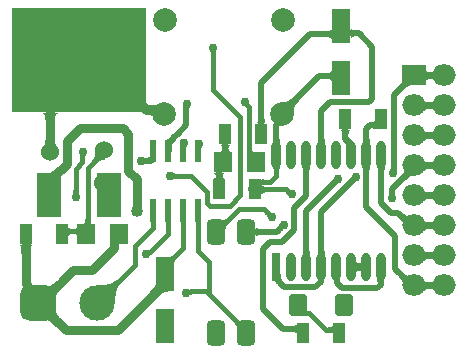
<source format=gtl>
G04*
G04 #@! TF.GenerationSoftware,Altium Limited,Altium Designer,22.5.1 (42)*
G04*
G04 Layer_Physical_Order=1*
G04 Layer_Color=255*
%FSLAX25Y25*%
%MOIN*%
G70*
G04*
G04 #@! TF.SameCoordinates,0C7ABF94-C2AC-4CB0-9C94-541A5C69193A*
G04*
G04*
G04 #@! TF.FilePolarity,Positive*
G04*
G01*
G75*
%ADD19R,0.08189X0.15000*%
%ADD20R,0.02200X0.07800*%
%ADD21R,0.06299X0.11811*%
%ADD22R,0.06299X0.07087*%
G04:AMPARAMS|DCode=23|XSize=59.06mil|YSize=70.87mil|CornerRadius=7.38mil|HoleSize=0mil|Usage=FLASHONLY|Rotation=0.000|XOffset=0mil|YOffset=0mil|HoleType=Round|Shape=RoundedRectangle|*
%AMROUNDEDRECTD23*
21,1,0.05906,0.05610,0,0,0.0*
21,1,0.04429,0.07087,0,0,0.0*
1,1,0.01476,0.02215,-0.02805*
1,1,0.01476,-0.02215,-0.02805*
1,1,0.01476,-0.02215,0.02805*
1,1,0.01476,0.02215,0.02805*
%
%ADD23ROUNDEDRECTD23*%
%ADD24R,0.04173X0.07165*%
%ADD25O,0.03150X0.09449*%
%ADD26R,0.03150X0.09449*%
G04:AMPARAMS|DCode=27|XSize=83.86mil|YSize=61.81mil|CornerRadius=15.45mil|HoleSize=0mil|Usage=FLASHONLY|Rotation=270.000|XOffset=0mil|YOffset=0mil|HoleType=Round|Shape=RoundedRectangle|*
%AMROUNDEDRECTD27*
21,1,0.08386,0.03091,0,0,270.0*
21,1,0.05295,0.06181,0,0,270.0*
1,1,0.03091,-0.01545,-0.02648*
1,1,0.03091,-0.01545,0.02648*
1,1,0.03091,0.01545,0.02648*
1,1,0.03091,0.01545,-0.02648*
%
%ADD27ROUNDEDRECTD27*%
%ADD47R,0.45000X0.35000*%
%ADD48C,0.02000*%
%ADD49C,0.03000*%
%ADD50C,0.01600*%
G04:AMPARAMS|DCode=51|XSize=118.11mil|YSize=118.11mil|CornerRadius=29.53mil|HoleSize=0mil|Usage=FLASHONLY|Rotation=0.000|XOffset=0mil|YOffset=0mil|HoleType=Round|Shape=RoundedRectangle|*
%AMROUNDEDRECTD51*
21,1,0.11811,0.05906,0,0,0.0*
21,1,0.05906,0.11811,0,0,0.0*
1,1,0.05906,0.02953,-0.02953*
1,1,0.05906,-0.02953,-0.02953*
1,1,0.05906,-0.02953,0.02953*
1,1,0.05906,0.02953,0.02953*
%
%ADD51ROUNDEDRECTD51*%
%ADD52C,0.11811*%
%ADD53O,0.07874X0.07087*%
%ADD54R,0.07874X0.07087*%
%ADD55C,0.07874*%
%ADD56C,0.03000*%
%ADD57C,0.06000*%
%ADD58C,0.05000*%
%ADD59C,0.04000*%
G36*
X69902Y99371D02*
X69860Y99295D01*
X69823Y99200D01*
X69790Y99088D01*
X69762Y98957D01*
X69740Y98808D01*
X69710Y98456D01*
X69700Y98031D01*
X68100D01*
X68098Y98253D01*
X68060Y98808D01*
X68037Y98957D01*
X68010Y99088D01*
X67977Y99200D01*
X67940Y99295D01*
X67897Y99371D01*
X67850Y99429D01*
X69950D01*
X69902Y99371D01*
D02*
G37*
G36*
X61005Y80804D02*
X60987Y80778D01*
X60970Y80730D01*
X60956Y80659D01*
X60943Y80566D01*
X60924Y80313D01*
X60909Y79537D01*
X58909Y79888D01*
X58922Y81072D01*
X61005Y80804D01*
D02*
G37*
G36*
X97310Y83091D02*
X96979Y82734D01*
X96689Y82365D01*
X96439Y81984D01*
X96229Y81590D01*
X96060Y81185D01*
X95931Y80767D01*
X95843Y80338D01*
X95795Y79896D01*
X95787Y79442D01*
X95820Y78976D01*
X91546Y82457D01*
X92045Y82518D01*
X92526Y82608D01*
X92989Y82726D01*
X93435Y82873D01*
X93864Y83048D01*
X94275Y83253D01*
X94669Y83485D01*
X95046Y83747D01*
X95405Y84037D01*
X95746Y84356D01*
X97310Y83091D01*
D02*
G37*
G36*
X46518Y82648D02*
X46608Y82393D01*
X46758Y82168D01*
X46968Y81973D01*
X47238Y81808D01*
X47568Y81673D01*
X47958Y81568D01*
X48365Y81500D01*
X50001Y81599D01*
X50083Y81638D01*
X49488Y80094D01*
Y78433D01*
X48918Y78438D01*
X48851Y78443D01*
X48609Y77814D01*
X48567Y77931D01*
X48487Y78036D01*
X48369Y78129D01*
X48212Y78210D01*
X48017Y78278D01*
X47784Y78334D01*
X47513Y78377D01*
X47202Y78408D01*
X46467Y78433D01*
X46505Y78948D01*
X46488Y79012D01*
Y82933D01*
X46518Y82648D01*
D02*
G37*
G36*
X17215Y78994D02*
X16960Y78904D01*
X16735Y78753D01*
X16540Y78542D01*
X16375Y78271D01*
X16240Y77940D01*
X16135Y77548D01*
X16060Y77096D01*
X16015Y76584D01*
X16000Y76012D01*
X13000D01*
X12985Y76584D01*
X12940Y77096D01*
X12865Y77548D01*
X12760Y77940D01*
X12625Y78271D01*
X12460Y78542D01*
X12265Y78753D01*
X12040Y78904D01*
X11785Y78994D01*
X11500Y79024D01*
X17500D01*
X17215Y78994D01*
D02*
G37*
G36*
X85926Y77188D02*
X85956Y76846D01*
X86006Y76545D01*
X86076Y76283D01*
X86166Y76062D01*
X86276Y75881D01*
X86406Y75740D01*
X86556Y75639D01*
X86726Y75579D01*
X86916Y75559D01*
X82916D01*
X83106Y75579D01*
X83276Y75639D01*
X83426Y75740D01*
X83556Y75881D01*
X83666Y76062D01*
X83756Y76283D01*
X83826Y76545D01*
X83876Y76846D01*
X83906Y77188D01*
X83916Y77571D01*
X85916D01*
X85926Y77188D01*
D02*
G37*
G36*
X56402Y70088D02*
X56113Y69797D01*
X54972Y68498D01*
X54976Y68464D01*
X53364Y70076D01*
X53398Y70073D01*
X53461Y70101D01*
X53552Y70163D01*
X53671Y70257D01*
X53996Y70542D01*
X54988Y71502D01*
X56402Y70088D01*
D02*
G37*
G36*
X90904Y70979D02*
X90991Y69779D01*
X91031Y69552D01*
X91079Y69355D01*
X91134Y69187D01*
X91196Y69047D01*
X91265Y68938D01*
X88535D01*
X88604Y69047D01*
X88666Y69187D01*
X88721Y69355D01*
X88769Y69552D01*
X88809Y69779D01*
X88867Y70321D01*
X88896Y70979D01*
X88900Y71352D01*
X90900D01*
X90904Y70979D01*
D02*
G37*
G36*
X16006Y70561D02*
X16096Y69453D01*
X16150Y69150D01*
X16216Y68882D01*
X16294Y68647D01*
X16384Y68445D01*
X16486Y68277D01*
X16600Y68142D01*
X12400D01*
X12514Y68277D01*
X12616Y68445D01*
X12706Y68647D01*
X12784Y68882D01*
X12850Y69150D01*
X12904Y69453D01*
X12976Y70158D01*
X12994Y70561D01*
X13000Y70998D01*
X16000D01*
X16006Y70561D01*
D02*
G37*
G36*
X81708Y67327D02*
X81732Y67055D01*
X81772Y66815D01*
X81828Y66607D01*
X81900Y66431D01*
X81988Y66287D01*
X82092Y66175D01*
X82212Y66095D01*
X82348Y66047D01*
X82500Y66031D01*
X79874D01*
X79917Y66047D01*
X79956Y66095D01*
X79989Y66175D01*
X80019Y66287D01*
X80044Y66431D01*
X80064Y66607D01*
X80091Y67055D01*
X80100Y67631D01*
X81700D01*
X81708Y67327D01*
D02*
G37*
G36*
X74018Y69092D02*
X73992Y69071D01*
X73970Y69027D01*
X73950Y68960D01*
X73932Y68870D01*
X73918Y68757D01*
X73896Y68463D01*
X73896Y68429D01*
X74884D01*
X74694Y68409D01*
X74524Y68349D01*
X74374Y68249D01*
X74244Y68109D01*
X74134Y67929D01*
X74044Y67709D01*
X73974Y67449D01*
X73938Y67230D01*
X73974Y67011D01*
X74044Y66751D01*
X74134Y66531D01*
X74244Y66351D01*
X74374Y66211D01*
X74524Y66111D01*
X74694Y66051D01*
X74884Y66031D01*
X70884D01*
X71074Y66051D01*
X71244Y66111D01*
X71394Y66211D01*
X71524Y66351D01*
X71634Y66531D01*
X71724Y66751D01*
X71794Y67011D01*
X71831Y67230D01*
X71794Y67449D01*
X71724Y67709D01*
X71634Y67929D01*
X71524Y68109D01*
X71394Y68249D01*
X71244Y68349D01*
X71074Y68409D01*
X70884Y68429D01*
X71945D01*
X72124Y69903D01*
X74018Y69092D01*
D02*
G37*
G36*
X47812Y62312D02*
X47792Y62253D01*
X47732Y62200D01*
X47632Y62153D01*
X47492Y62112D01*
X47312Y62078D01*
X47118Y62053D01*
Y62000D01*
X45871Y61950D01*
Y62001D01*
X45812Y62000D01*
Y64000D01*
X45871Y64002D01*
Y64050D01*
X45893Y64040D01*
X45937Y64032D01*
X46004Y64025D01*
X46231Y64013D01*
X46532Y64040D01*
X46832Y64090D01*
X47092Y64160D01*
X47312Y64250D01*
X47492Y64360D01*
X47632Y64490D01*
X47732Y64640D01*
X47792Y64810D01*
X47812Y65000D01*
Y62312D01*
D02*
G37*
G36*
X26342Y64758D02*
X26283Y64707D01*
X26230Y64637D01*
X26184Y64548D01*
X26144Y64440D01*
X26110Y64313D01*
X26082Y64168D01*
X26060Y64003D01*
X26035Y63618D01*
X26032Y63398D01*
X24432Y63747D01*
X24431Y63970D01*
X24376Y64805D01*
X24355Y64916D01*
X24332Y65007D01*
X24305Y65080D01*
X24276Y65134D01*
X26342Y64758D01*
D02*
G37*
G36*
X32739Y63503D02*
X32374Y63474D01*
X32020Y63420D01*
X31677Y63342D01*
X31345Y63239D01*
X31023Y63112D01*
X30713Y62961D01*
X30413Y62785D01*
X30125Y62584D01*
X29847Y62360D01*
X29580Y62110D01*
X28383Y63176D01*
X28637Y63449D01*
X28861Y63730D01*
X29057Y64021D01*
X29223Y64320D01*
X29360Y64628D01*
X29467Y64945D01*
X29546Y65271D01*
X29596Y65606D01*
X29616Y65949D01*
X29607Y66302D01*
X32739Y63503D01*
D02*
G37*
G36*
X91158Y60908D02*
X91062Y60740D01*
X90977Y60558D01*
X90903Y60362D01*
X90841Y60152D01*
X90790Y59928D01*
X90751Y59691D01*
X90723Y59439D01*
X90700Y58894D01*
X89100D01*
X89094Y59174D01*
X89049Y59691D01*
X89010Y59928D01*
X88959Y60152D01*
X88897Y60362D01*
X88823Y60558D01*
X88738Y60740D01*
X88642Y60908D01*
X88535Y61062D01*
X91265D01*
X91158Y60908D01*
D02*
G37*
G36*
X20204Y60088D02*
X19559Y59422D01*
X18558Y58252D01*
X18201Y57747D01*
X17939Y57296D01*
X17774Y56899D01*
X17704Y56555D01*
X17731Y56265D01*
X17853Y56028D01*
X18070Y55845D01*
X12740Y58976D01*
X13022Y58857D01*
X13335Y58812D01*
X13680Y58840D01*
X14056Y58943D01*
X14465Y59119D01*
X14905Y59369D01*
X15377Y59693D01*
X15880Y60092D01*
X16416Y60563D01*
X16983Y61109D01*
X20204Y60088D01*
D02*
G37*
G36*
X71887Y58981D02*
X72884D01*
X72694Y58961D01*
X72524Y58900D01*
X72374Y58800D01*
X72244Y58659D01*
X72134Y58478D01*
X72044Y58256D01*
X71982Y58023D01*
X72044Y57791D01*
X72134Y57571D01*
X72244Y57391D01*
X72374Y57251D01*
X72524Y57151D01*
X72694Y57091D01*
X72884Y57071D01*
X71887D01*
X71884Y56969D01*
X69884D01*
X69882Y57071D01*
X68884D01*
X69074Y57091D01*
X69244Y57151D01*
X69394Y57251D01*
X69524Y57391D01*
X69634Y57571D01*
X69724Y57791D01*
X69787Y58023D01*
X69724Y58256D01*
X69634Y58478D01*
X69524Y58659D01*
X69394Y58800D01*
X69244Y58900D01*
X69074Y58961D01*
X68884Y58981D01*
X69882D01*
X69884Y59071D01*
X71884D01*
X71887Y58981D01*
D02*
G37*
G36*
X55529Y59003D02*
X55606Y58960D01*
X55700Y58922D01*
X55813Y58890D01*
X55943Y58863D01*
X56092Y58840D01*
X56444Y58810D01*
X56869Y58800D01*
Y57200D01*
X56647Y57197D01*
X56092Y57160D01*
X55943Y57138D01*
X55813Y57110D01*
X55700Y57077D01*
X55606Y57040D01*
X55529Y56998D01*
X55471Y56950D01*
Y59050D01*
X55529Y59003D01*
D02*
G37*
G36*
X85006Y57019D02*
X85054Y56973D01*
X85134Y56933D01*
X85246Y56897D01*
X85390Y56868D01*
X85566Y56843D01*
X86014Y56811D01*
X86590Y56800D01*
Y55200D01*
X86285Y55192D01*
X86011Y55168D01*
X85770Y55128D01*
X85560Y55072D01*
X85383Y55000D01*
X85238Y54912D01*
X85180Y54858D01*
X85325Y54765D01*
X85561Y54642D01*
X85812Y54537D01*
X86078Y54452D01*
X86358Y54386D01*
X86652Y54338D01*
X86961Y54309D01*
X87284Y54300D01*
Y52700D01*
X86961Y52691D01*
X86652Y52662D01*
X86358Y52614D01*
X86078Y52548D01*
X85812Y52463D01*
X85561Y52358D01*
X85325Y52235D01*
X85102Y52092D01*
X84989Y52004D01*
X84978Y51900D01*
Y51996D01*
X84895Y51930D01*
X84701Y51750D01*
Y55250D01*
X84895Y55070D01*
X84978Y55004D01*
Y55100D01*
X84981Y55072D01*
X84990Y57071D01*
X85006Y57019D01*
D02*
G37*
G36*
X23802Y53247D02*
X23840Y52692D01*
X23863Y52543D01*
X23890Y52412D01*
X23923Y52300D01*
X23960Y52205D01*
X24002Y52129D01*
X24050Y52071D01*
X21950D01*
X21997Y52129D01*
X22040Y52205D01*
X22077Y52300D01*
X22110Y52412D01*
X22138Y52543D01*
X22160Y52692D01*
X22190Y53044D01*
X22200Y53469D01*
X23800D01*
X23802Y53247D01*
D02*
G37*
G36*
X34036Y53277D02*
X33990Y53179D01*
X33971Y53073D01*
X33978Y52957D01*
X34010Y52831D01*
X34069Y52697D01*
X34154Y52553D01*
X34265Y52400D01*
X34402Y52237D01*
X34566Y52066D01*
X33434Y50934D01*
X33139Y51226D01*
X31980Y52251D01*
X31812Y52370D01*
X31664Y52460D01*
X31538Y52521D01*
X31433Y52554D01*
X34108Y53365D01*
X34036Y53277D01*
D02*
G37*
G36*
X87478Y46387D02*
X87898Y46021D01*
X88019Y45932D01*
X88131Y45859D01*
X88233Y45802D01*
X88326Y45762D01*
X88410Y45738D01*
X88485Y45731D01*
X87000Y44246D01*
X86993Y44320D01*
X86969Y44404D01*
X86928Y44497D01*
X86872Y44600D01*
X86799Y44712D01*
X86710Y44833D01*
X86482Y45103D01*
X86189Y45411D01*
X87320Y46542D01*
X87478Y46387D01*
D02*
G37*
G36*
X74637Y42996D02*
X74269Y42616D01*
X73667Y41925D01*
X73434Y41613D01*
X73246Y41324D01*
X73102Y41058D01*
X73004Y40814D01*
X72951Y40593D01*
X72943Y40395D01*
X72980Y40219D01*
X71785Y43527D01*
X71857Y43386D01*
X71955Y43293D01*
X72078Y43249D01*
X72227Y43251D01*
X72401Y43302D01*
X72601Y43401D01*
X72826Y43548D01*
X73076Y43742D01*
X73352Y43985D01*
X73654Y44275D01*
X74637Y42996D01*
D02*
G37*
G36*
X27808Y43325D02*
X27832Y43051D01*
X27872Y42809D01*
X27928Y42600D01*
X28000Y42422D01*
X28088Y42277D01*
X28192Y42164D01*
X28312Y42084D01*
X28448Y42035D01*
X28600Y42019D01*
X25400D01*
X25552Y42035D01*
X25688Y42084D01*
X25808Y42164D01*
X25912Y42277D01*
X26000Y42422D01*
X26072Y42600D01*
X26128Y42809D01*
X26168Y43051D01*
X26192Y43325D01*
X26200Y43631D01*
X27800D01*
X27808Y43325D01*
D02*
G37*
G36*
X64933Y42896D02*
X64884Y42848D01*
X64841Y42768D01*
X64804Y42656D01*
X64772Y42512D01*
X64746Y42336D01*
X64711Y41888D01*
X64700Y41312D01*
X63100D01*
X63097Y41616D01*
X63028Y42512D01*
X62996Y42656D01*
X62959Y42768D01*
X62916Y42848D01*
X62867Y42896D01*
X62812Y42912D01*
X64988D01*
X64933Y42896D01*
D02*
G37*
G36*
X59933D02*
X59884Y42848D01*
X59841Y42768D01*
X59804Y42656D01*
X59772Y42512D01*
X59746Y42336D01*
X59711Y41888D01*
X59700Y41312D01*
X58100D01*
X58097Y41616D01*
X58028Y42512D01*
X57996Y42656D01*
X57959Y42768D01*
X57916Y42848D01*
X57867Y42896D01*
X57812Y42912D01*
X59988D01*
X59933Y42896D01*
D02*
G37*
G36*
X54933D02*
X54884Y42848D01*
X54841Y42768D01*
X54804Y42656D01*
X54772Y42512D01*
X54746Y42336D01*
X54712Y41888D01*
X54700Y41312D01*
X53100D01*
X53097Y41616D01*
X53028Y42512D01*
X52996Y42656D01*
X52959Y42768D01*
X52916Y42848D01*
X52867Y42896D01*
X52812Y42912D01*
X54988D01*
X54933Y42896D01*
D02*
G37*
G36*
X49933D02*
X49884Y42848D01*
X49841Y42768D01*
X49804Y42656D01*
X49772Y42512D01*
X49746Y42336D01*
X49711Y41888D01*
X49700Y41312D01*
X48100D01*
X48097Y41616D01*
X48028Y42512D01*
X47996Y42656D01*
X47959Y42768D01*
X47916Y42848D01*
X47867Y42896D01*
X47812Y42912D01*
X49988D01*
X49933Y42896D01*
D02*
G37*
G36*
X23363Y37900D02*
X23347Y38052D01*
X23298Y38188D01*
X23217Y38308D01*
X23105Y38412D01*
X22960Y38500D01*
X22782Y38572D01*
X22573Y38628D01*
X22331Y38668D01*
X22057Y38692D01*
X21971Y38694D01*
X21884Y38692D01*
X21610Y38668D01*
X21368Y38628D01*
X21159Y38572D01*
X20981Y38500D01*
X20836Y38412D01*
X20723Y38308D01*
X20643Y38188D01*
X20595Y38052D01*
X20578Y37900D01*
Y41100D01*
X20595Y40948D01*
X20643Y40812D01*
X20723Y40692D01*
X20836Y40588D01*
X20981Y40500D01*
X21159Y40428D01*
X21368Y40372D01*
X21610Y40332D01*
X21884Y40308D01*
X21971Y40306D01*
X22057Y40308D01*
X22331Y40332D01*
X22573Y40372D01*
X22782Y40428D01*
X22960Y40500D01*
X23105Y40588D01*
X23217Y40692D01*
X23298Y40812D01*
X23347Y40948D01*
X23363Y41100D01*
Y37900D01*
D02*
G37*
G36*
X92194Y40014D02*
X92163Y40009D01*
X92117Y39986D01*
X92057Y39947D01*
X91982Y39890D01*
X91790Y39724D01*
X91230Y39186D01*
X90065Y40849D01*
X90910Y41677D01*
X92194Y40014D01*
D02*
G37*
G36*
X83000Y41200D02*
X83060Y41030D01*
X83161Y40880D01*
X83302Y40750D01*
X83483Y40640D01*
X83704Y40550D01*
X83966Y40480D01*
X84267Y40430D01*
X84610Y40400D01*
X84992Y40390D01*
Y38390D01*
X84610Y38380D01*
X84267Y38350D01*
X83966Y38300D01*
X83704Y38230D01*
X83483Y38140D01*
X83302Y38030D01*
X83161Y37900D01*
X83060Y37750D01*
X83000Y37580D01*
X82980Y37390D01*
Y41390D01*
X83000Y41200D01*
D02*
G37*
G36*
X8428Y34899D02*
X8310Y34809D01*
X8207Y34659D01*
X8117Y34449D01*
X8041Y34179D01*
X7979Y33849D01*
X7931Y33459D01*
X7875Y32499D01*
X7869Y31929D01*
X4868D01*
X4864Y32499D01*
X4754Y34179D01*
X4703Y34449D01*
X4644Y34659D01*
X4575Y34809D01*
X4497Y34899D01*
X4410Y34929D01*
X8559D01*
X8428Y34899D01*
D02*
G37*
G36*
X57169Y31055D02*
X56852Y30727D01*
X56354Y30138D01*
X56173Y29878D01*
X56038Y29641D01*
X55947Y29426D01*
X55902Y29233D01*
Y29064D01*
X55947Y28917D01*
X56038Y28792D01*
X53775Y31055D01*
X53899Y30964D01*
X54046Y30919D01*
X54216D01*
X54408Y30964D01*
X54623Y31055D01*
X54861Y31191D01*
X55121Y31372D01*
X55404Y31598D01*
X56038Y32186D01*
X57169Y31055D01*
D02*
G37*
G36*
X53704Y27660D02*
X53736Y27193D01*
X53764Y26984D01*
X53843Y26614D01*
X53894Y26453D01*
X53954Y26308D01*
X54021Y26179D01*
X54097Y26066D01*
X51703D01*
X51779Y26179D01*
X51846Y26308D01*
X51906Y26453D01*
X51957Y26614D01*
X52001Y26791D01*
X52036Y26984D01*
X52084Y27419D01*
X52096Y27660D01*
X52100Y27917D01*
X53700D01*
X53704Y27660D01*
D02*
G37*
G36*
X90901Y26672D02*
X90962Y25663D01*
X90976Y25639D01*
X88881Y25499D01*
X88885Y25515D01*
X88888Y25554D01*
X88895Y25815D01*
X88900Y26720D01*
X90900Y26900D01*
X90901Y26672D01*
D02*
G37*
G36*
X18582Y20846D02*
X18023Y20265D01*
X17136Y19209D01*
X16807Y18733D01*
X16556Y18292D01*
X16382Y17886D01*
X16284Y17514D01*
X16264Y17177D01*
X16320Y16875D01*
X16453Y16607D01*
X13009Y21624D01*
X13203Y21417D01*
X13441Y21296D01*
X13723Y21262D01*
X14049Y21314D01*
X14420Y21453D01*
X14834Y21678D01*
X15293Y21989D01*
X15796Y22386D01*
X16343Y22870D01*
X16935Y23440D01*
X18582Y20846D01*
D02*
G37*
G36*
X54005Y19280D02*
X53773Y19448D01*
X53498Y19532D01*
X53180Y19531D01*
X52820Y19445D01*
X52417Y19274D01*
X51972Y19018D01*
X51483Y18677D01*
X50952Y18252D01*
X49762Y17147D01*
X47641Y19268D01*
X48236Y19884D01*
X49172Y20989D01*
X49513Y21477D01*
X49768Y21923D01*
X49939Y22325D01*
X50025Y22686D01*
X50027Y23003D01*
X49943Y23278D01*
X49774Y23511D01*
X54005Y19280D01*
D02*
G37*
G36*
X38286Y22641D02*
X37872Y22179D01*
X37501Y21667D01*
X37176Y21106D01*
X36895Y20495D01*
X36659Y19835D01*
X36467Y19125D01*
X36321Y18365D01*
X36218Y17555D01*
X36161Y16696D01*
X36148Y15787D01*
X30302Y21634D01*
X31210Y21646D01*
X32070Y21704D01*
X32879Y21806D01*
X33639Y21953D01*
X34349Y22145D01*
X35009Y22381D01*
X35620Y22662D01*
X36182Y22987D01*
X36693Y23357D01*
X37155Y23772D01*
X38286Y22641D01*
D02*
G37*
G36*
X16284Y13832D02*
X16197Y13560D01*
X16193Y13248D01*
X16272Y12895D01*
X16433Y12501D01*
X16678Y12067D01*
X17005Y11592D01*
X17415Y11077D01*
X17908Y10521D01*
X18483Y9924D01*
X16362Y7803D01*
X15765Y8378D01*
X14694Y9281D01*
X14219Y9608D01*
X13785Y9853D01*
X13391Y10014D01*
X13038Y10093D01*
X12726Y10089D01*
X12454Y10002D01*
X12223Y9833D01*
X16453Y14063D01*
X16284Y13832D01*
D02*
G37*
G36*
X76812Y10443D02*
X77372Y9973D01*
X77615Y9808D01*
X77835Y9689D01*
X78030Y9617D01*
X78201Y9591D01*
X78349Y9612D01*
X78472Y9679D01*
X78571Y9792D01*
X76820Y7042D01*
X76887Y7187D01*
X76914Y7351D01*
X76900Y7533D01*
X76846Y7732D01*
X76752Y7949D01*
X76618Y8185D01*
X76443Y8438D01*
X76228Y8709D01*
X75972Y8998D01*
X75677Y9304D01*
X76496Y10748D01*
X76812Y10443D01*
D02*
G37*
G36*
X96822Y5000D02*
X96802Y5190D01*
X96741Y5360D01*
X96641Y5510D01*
X96500Y5640D01*
X96319Y5750D01*
X96097Y5840D01*
X95836Y5910D01*
X95534Y5960D01*
X95192Y5990D01*
X94810Y6000D01*
Y8000D01*
X95192Y8010D01*
X95534Y8040D01*
X95836Y8090D01*
X96097Y8160D01*
X96319Y8250D01*
X96500Y8360D01*
X96641Y8490D01*
X96741Y8640D01*
X96802Y8810D01*
X96822Y9000D01*
Y5000D01*
D02*
G37*
G36*
X111732Y106920D02*
X113530Y107690D01*
X113488Y107596D01*
X113471Y107490D01*
X113480Y107373D01*
X113514Y107245D01*
X113575Y107106D01*
X113660Y106956D01*
X113771Y106795D01*
X113907Y106623D01*
X114069Y106439D01*
X114257Y106244D01*
X112843Y104830D01*
X112524Y105146D01*
X111492Y106053D01*
X111257Y105846D01*
X110529Y105146D01*
X108543Y105988D01*
X108744Y106200D01*
X108915Y106404D01*
X109057Y106601D01*
X109169Y106790D01*
X109252Y106973D01*
X109305Y107147D01*
X109328Y107315D01*
X109323Y107475D01*
X109287Y107627D01*
X109222Y107772D01*
X111732Y106920D01*
D02*
G37*
G36*
X114658Y107347D02*
X114718Y107177D01*
X114818Y107027D01*
X114958Y106897D01*
X115138Y106787D01*
X115358Y106697D01*
X115618Y106627D01*
X115918Y106577D01*
X116258Y106547D01*
X116638Y106537D01*
Y104537D01*
X116258Y104527D01*
X115918Y104497D01*
X115618Y104447D01*
X115358Y104377D01*
X115138Y104287D01*
X114958Y104177D01*
X114818Y104047D01*
X114718Y103897D01*
X114658Y103727D01*
X114638Y103537D01*
Y107537D01*
X114658Y107347D01*
D02*
G37*
G36*
X108374Y103281D02*
X108354Y103471D01*
X108294Y103641D01*
X108193Y103791D01*
X108053Y103921D01*
X107871Y104031D01*
X107650Y104121D01*
X107388Y104191D01*
X107087Y104241D01*
X106745Y104271D01*
X106362Y104281D01*
Y106281D01*
X106745Y106291D01*
X107087Y106321D01*
X107388Y106371D01*
X107650Y106441D01*
X107871Y106531D01*
X108053Y106641D01*
X108193Y106771D01*
X108294Y106921D01*
X108354Y107091D01*
X108374Y107281D01*
Y103281D01*
D02*
G37*
G36*
X139833Y93310D02*
X139893Y93140D01*
X139994Y92990D01*
X140135Y92860D01*
X140316Y92750D01*
X140537Y92660D01*
X140799Y92590D01*
X141020Y92553D01*
X141379Y92589D01*
X141700Y92659D01*
X141971Y92748D01*
X142194Y92857D01*
X142366Y92986D01*
X142490Y93135D01*
X142564Y93304D01*
X142589Y93492D01*
Y89508D01*
X142564Y89696D01*
X142490Y89865D01*
X142366Y90014D01*
X142194Y90143D01*
X141971Y90252D01*
X141700Y90341D01*
X141379Y90411D01*
X141060Y90453D01*
X140799Y90410D01*
X140537Y90340D01*
X140316Y90250D01*
X140135Y90140D01*
X139994Y90010D01*
X139893Y89860D01*
X139833Y89690D01*
X139813Y89500D01*
Y93500D01*
X139833Y93310D01*
D02*
G37*
G36*
X108374Y89339D02*
X108354Y89529D01*
X108294Y89699D01*
X108193Y89849D01*
X108053Y89979D01*
X107871Y90089D01*
X107650Y90179D01*
X107388Y90249D01*
X107087Y90299D01*
X106745Y90329D01*
X106362Y90339D01*
Y92339D01*
X106745Y92349D01*
X107087Y92379D01*
X107388Y92429D01*
X107650Y92499D01*
X107871Y92589D01*
X108053Y92699D01*
X108193Y92829D01*
X108294Y92979D01*
X108354Y93149D01*
X108374Y93339D01*
Y89339D01*
D02*
G37*
G36*
X134803Y87969D02*
X134648Y88082D01*
X134464Y88138D01*
X134252D01*
X134011Y88082D01*
X133743Y87969D01*
X133446Y87799D01*
X133121Y87573D01*
X132767Y87290D01*
X131975Y86554D01*
X130561Y87969D01*
X130957Y88379D01*
X131579Y89114D01*
X131805Y89439D01*
X131975Y89736D01*
X132088Y90005D01*
X132145Y90246D01*
Y90458D01*
X132088Y90642D01*
X131975Y90797D01*
X134803Y87969D01*
D02*
G37*
G36*
X142589Y79508D02*
X142564Y79696D01*
X142490Y79865D01*
X142366Y80014D01*
X142194Y80143D01*
X141971Y80252D01*
X141700Y80341D01*
X141379Y80411D01*
X141008Y80460D01*
X140954Y80464D01*
X140421Y80411D01*
X140100Y80341D01*
X139829Y80252D01*
X139606Y80143D01*
X139434Y80014D01*
X139310Y79865D01*
X139236Y79696D01*
X139211Y79508D01*
Y83492D01*
X139236Y83304D01*
X139310Y83135D01*
X139434Y82986D01*
X139606Y82857D01*
X139829Y82748D01*
X140100Y82659D01*
X140421Y82589D01*
X140792Y82540D01*
X140846Y82536D01*
X141379Y82589D01*
X141700Y82659D01*
X141971Y82748D01*
X142194Y82857D01*
X142366Y82986D01*
X142490Y83135D01*
X142564Y83304D01*
X142589Y83492D01*
Y79508D01*
D02*
G37*
G36*
X122841Y73429D02*
X122823Y73525D01*
X122770Y73610D01*
X122682Y73686D01*
X122558Y73751D01*
X122399Y73807D01*
X122204Y73852D01*
X121974Y73887D01*
X121709Y73912D01*
X121072Y73932D01*
Y75932D01*
X121410Y75940D01*
X121712Y75963D01*
X121979Y76002D01*
X122210Y76055D01*
X122406Y76125D01*
X122567Y76209D01*
X122692Y76309D01*
X122781Y76425D01*
X122835Y76556D01*
X122853Y76702D01*
X122841Y73429D01*
D02*
G37*
G36*
X142589Y69508D02*
X142564Y69696D01*
X142490Y69865D01*
X142366Y70014D01*
X142194Y70143D01*
X141971Y70252D01*
X141700Y70341D01*
X141379Y70411D01*
X141008Y70460D01*
X140954Y70464D01*
X140421Y70411D01*
X140100Y70341D01*
X139829Y70252D01*
X139606Y70143D01*
X139434Y70014D01*
X139310Y69865D01*
X139236Y69696D01*
X139211Y69508D01*
Y73492D01*
X139236Y73304D01*
X139310Y73135D01*
X139434Y72986D01*
X139606Y72857D01*
X139829Y72748D01*
X140100Y72659D01*
X140421Y72589D01*
X140792Y72540D01*
X140846Y72536D01*
X141379Y72589D01*
X141700Y72659D01*
X141971Y72748D01*
X142194Y72857D01*
X142366Y72986D01*
X142490Y73135D01*
X142564Y73304D01*
X142589Y73492D01*
Y69508D01*
D02*
G37*
G36*
X114694Y73409D02*
X114524Y73349D01*
X114374Y73249D01*
X114244Y73109D01*
X114134Y72929D01*
X114044Y72709D01*
X113974Y72449D01*
X113924Y72149D01*
X113894Y71809D01*
X113884Y71429D01*
X111884D01*
X111874Y71809D01*
X111844Y72149D01*
X111794Y72449D01*
X111724Y72709D01*
X111634Y72929D01*
X111524Y73109D01*
X111394Y73249D01*
X111244Y73349D01*
X111074Y73409D01*
X110884Y73429D01*
X114884D01*
X114694Y73409D01*
D02*
G37*
G36*
X120904Y70979D02*
X120991Y69779D01*
X121031Y69552D01*
X121079Y69355D01*
X121134Y69187D01*
X121196Y69047D01*
X121265Y68938D01*
X118535D01*
X118604Y69047D01*
X118666Y69187D01*
X118721Y69355D01*
X118769Y69552D01*
X118809Y69779D01*
X118867Y70321D01*
X118896Y70979D01*
X118900Y71352D01*
X120900D01*
X120904Y70979D01*
D02*
G37*
G36*
X105904D02*
X105991Y69779D01*
X106031Y69552D01*
X106079Y69355D01*
X106134Y69187D01*
X106196Y69047D01*
X106265Y68938D01*
X103535D01*
X103604Y69047D01*
X103666Y69187D01*
X103721Y69355D01*
X103769Y69552D01*
X103809Y69779D01*
X103867Y70321D01*
X103896Y70979D01*
X103900Y71352D01*
X105900D01*
X105904Y70979D01*
D02*
G37*
G36*
X113863Y70856D02*
X115026Y69820D01*
X115142Y69743D01*
X115236Y69694D01*
X115308Y69672D01*
X113336Y67890D01*
X113387Y67965D01*
X113400Y68064D01*
X113377Y68186D01*
X113317Y68332D01*
X113220Y68502D01*
X113085Y68696D01*
X112914Y68914D01*
X112460Y69421D01*
X112177Y69710D01*
X113591Y71124D01*
X113863Y70856D01*
D02*
G37*
G36*
X105950Y66971D02*
X103850D01*
X103859Y66992D01*
X103868Y67037D01*
X103876Y67104D01*
X103892Y67444D01*
X103900Y68218D01*
X105900D01*
X105950Y66971D01*
D02*
G37*
G36*
X125962Y64798D02*
X125951Y64775D01*
X125940Y64729D01*
X125931Y64660D01*
X125916Y64455D01*
X125900Y63543D01*
X123900Y63624D01*
X123863Y64861D01*
X125962Y64798D01*
D02*
G37*
G36*
X100915Y64885D02*
X100912Y64846D01*
X100905Y64585D01*
X100900Y63680D01*
X98900Y63500D01*
X98899Y63728D01*
X98838Y64737D01*
X98824Y64761D01*
X100919Y64901D01*
X100915Y64885D01*
D02*
G37*
G36*
X142589Y59508D02*
X142564Y59696D01*
X142490Y59865D01*
X142366Y60014D01*
X142194Y60143D01*
X141971Y60252D01*
X141700Y60341D01*
X141379Y60411D01*
X141008Y60460D01*
X140954Y60464D01*
X140421Y60411D01*
X140100Y60341D01*
X139829Y60252D01*
X139606Y60143D01*
X139434Y60014D01*
X139310Y59865D01*
X139236Y59696D01*
X139211Y59508D01*
Y63492D01*
X139236Y63304D01*
X139310Y63135D01*
X139434Y62986D01*
X139606Y62857D01*
X139829Y62748D01*
X140100Y62659D01*
X140421Y62589D01*
X140792Y62540D01*
X140846Y62536D01*
X141379Y62589D01*
X141700Y62659D01*
X141971Y62748D01*
X142194Y62857D01*
X142366Y62986D01*
X142490Y63135D01*
X142564Y63304D01*
X142589Y63492D01*
Y59508D01*
D02*
G37*
G36*
X129934Y59812D02*
X127884Y60270D01*
X127907Y60296D01*
X127927Y60344D01*
X127944Y60415D01*
X127960Y60508D01*
X127983Y60761D01*
X128001Y61309D01*
X128002Y61536D01*
X130002Y61659D01*
X129934Y59812D01*
D02*
G37*
G36*
X126196Y60953D02*
X126134Y60813D01*
X126079Y60645D01*
X126031Y60448D01*
X125991Y60221D01*
X125933Y59679D01*
X125904Y59021D01*
X125900Y58648D01*
X123900D01*
X123896Y59021D01*
X123809Y60221D01*
X123769Y60448D01*
X123721Y60645D01*
X123666Y60813D01*
X123604Y60953D01*
X123535Y61062D01*
X126265D01*
X126196Y60953D01*
D02*
G37*
G36*
X121196D02*
X121134Y60813D01*
X121079Y60645D01*
X121031Y60448D01*
X120991Y60221D01*
X120933Y59679D01*
X120904Y59021D01*
X120900Y58648D01*
X118900D01*
X118896Y59021D01*
X118809Y60221D01*
X118769Y60448D01*
X118721Y60645D01*
X118666Y60813D01*
X118604Y60953D01*
X118535Y61062D01*
X121265D01*
X121196Y60953D01*
D02*
G37*
G36*
X101196D02*
X101134Y60813D01*
X101079Y60645D01*
X101031Y60448D01*
X100991Y60221D01*
X100933Y59679D01*
X100904Y59021D01*
X100900Y58648D01*
X98900D01*
X98896Y59021D01*
X98809Y60221D01*
X98769Y60448D01*
X98721Y60645D01*
X98666Y60813D01*
X98604Y60953D01*
X98535Y61062D01*
X101265D01*
X101196Y60953D01*
D02*
G37*
G36*
X135697Y57964D02*
X135516Y58049D01*
X135316Y58087D01*
X135098Y58079D01*
X134860Y58024D01*
X134604Y57922D01*
X134330Y57774D01*
X134037Y57579D01*
X133725Y57337D01*
X133394Y57048D01*
X133045Y56713D01*
X131356Y57853D01*
X131679Y58191D01*
X132170Y58793D01*
X132336Y59059D01*
X132451Y59300D01*
X132513Y59517D01*
X132523Y59711D01*
X132481Y59880D01*
X132386Y60025D01*
X132240Y60146D01*
X135697Y57964D01*
D02*
G37*
G36*
X116385Y56000D02*
X116363Y55992D01*
X116326Y55966D01*
X116273Y55924D01*
X116021Y55696D01*
X115468Y55154D01*
X114054Y56568D01*
X114900Y57485D01*
X116385Y56000D01*
D02*
G37*
G36*
X110460Y55525D02*
X110438Y55517D01*
X110401Y55491D01*
X110348Y55449D01*
X110096Y55221D01*
X109543Y54679D01*
X108129Y56093D01*
X108975Y57010D01*
X110460Y55525D01*
D02*
G37*
G36*
X142589Y49508D02*
X142564Y49696D01*
X142490Y49865D01*
X142366Y50014D01*
X142194Y50143D01*
X141971Y50252D01*
X141700Y50341D01*
X141379Y50411D01*
X141008Y50460D01*
X140954Y50464D01*
X140421Y50411D01*
X140100Y50341D01*
X139829Y50252D01*
X139606Y50143D01*
X139434Y50014D01*
X139310Y49865D01*
X139236Y49696D01*
X139211Y49508D01*
Y53492D01*
X139236Y53304D01*
X139310Y53135D01*
X139434Y52986D01*
X139606Y52857D01*
X139829Y52748D01*
X140100Y52659D01*
X140421Y52589D01*
X140792Y52540D01*
X140846Y52536D01*
X141379Y52589D01*
X141700Y52659D01*
X141971Y52748D01*
X142194Y52857D01*
X142366Y52986D01*
X142490Y53135D01*
X142564Y53304D01*
X142589Y53492D01*
Y49508D01*
D02*
G37*
G36*
X129550Y51571D02*
X127450D01*
X127460Y51592D01*
X127468Y51637D01*
X127476Y51704D01*
X127492Y52044D01*
X127500Y52818D01*
X129500D01*
X129550Y51571D01*
D02*
G37*
G36*
X142589Y39508D02*
X142564Y39696D01*
X142490Y39865D01*
X142366Y40014D01*
X142194Y40143D01*
X141971Y40252D01*
X141700Y40341D01*
X141379Y40411D01*
X141008Y40460D01*
X140954Y40464D01*
X140421Y40411D01*
X140100Y40341D01*
X139829Y40252D01*
X139606Y40143D01*
X139434Y40014D01*
X139310Y39865D01*
X139236Y39696D01*
X139211Y39508D01*
Y43492D01*
X139236Y43304D01*
X139310Y43135D01*
X139434Y42986D01*
X139606Y42857D01*
X139829Y42748D01*
X140100Y42659D01*
X140421Y42589D01*
X140792Y42540D01*
X140846Y42536D01*
X141379Y42589D01*
X141700Y42659D01*
X141971Y42748D01*
X142194Y42857D01*
X142366Y42986D01*
X142490Y43135D01*
X142564Y43304D01*
X142589Y43492D01*
Y39508D01*
D02*
G37*
G36*
X132353Y45451D02*
X132963Y44954D01*
X133233Y44783D01*
X133480Y44662D01*
X133703Y44594D01*
X133903Y44576D01*
X134081Y44610D01*
X134234Y44695D01*
X134365Y44831D01*
X131978Y41581D01*
X132073Y41752D01*
X132120Y41943D01*
X132120Y42154D01*
X132072Y42384D01*
X131977Y42634D01*
X131834Y42904D01*
X131643Y43193D01*
X131405Y43501D01*
X131119Y43829D01*
X130785Y44177D01*
X132014Y45777D01*
X132353Y45451D01*
D02*
G37*
G36*
X142589Y29508D02*
X142564Y29696D01*
X142490Y29865D01*
X142366Y30014D01*
X142194Y30143D01*
X141971Y30252D01*
X141700Y30341D01*
X141379Y30411D01*
X141008Y30460D01*
X140954Y30464D01*
X140421Y30411D01*
X140100Y30341D01*
X139829Y30252D01*
X139606Y30143D01*
X139434Y30014D01*
X139310Y29865D01*
X139236Y29696D01*
X139211Y29508D01*
Y33492D01*
X139236Y33304D01*
X139310Y33135D01*
X139434Y32986D01*
X139606Y32857D01*
X139829Y32748D01*
X140100Y32659D01*
X140421Y32589D01*
X140792Y32540D01*
X140846Y32536D01*
X141379Y32589D01*
X141700Y32659D01*
X141971Y32748D01*
X142194Y32857D01*
X142366Y32986D01*
X142490Y33135D01*
X142564Y33304D01*
X142589Y33492D01*
Y29508D01*
D02*
G37*
G36*
X105904Y33696D02*
X105991Y32496D01*
X106031Y32269D01*
X106079Y32072D01*
X106134Y31903D01*
X106196Y31764D01*
X106265Y31654D01*
X103535D01*
X103604Y31764D01*
X103666Y31903D01*
X103721Y32072D01*
X103769Y32269D01*
X103809Y32496D01*
X103867Y33037D01*
X103896Y33696D01*
X103900Y34069D01*
X105900D01*
X105904Y33696D01*
D02*
G37*
G36*
X100904D02*
X100991Y32496D01*
X101031Y32269D01*
X101079Y32072D01*
X101134Y31903D01*
X101196Y31764D01*
X101265Y31654D01*
X98535D01*
X98604Y31764D01*
X98666Y31903D01*
X98721Y32072D01*
X98769Y32269D01*
X98809Y32496D01*
X98867Y33037D01*
X98896Y33696D01*
X98900Y34069D01*
X100900D01*
X100904Y33696D01*
D02*
G37*
G36*
X118336Y28759D02*
X118597Y28774D01*
X118621Y28788D01*
X118732Y26691D01*
X118714Y26696D01*
X118674Y26700D01*
X118522Y26707D01*
X118336Y26709D01*
Y25717D01*
X118316Y25907D01*
X118255Y26077D01*
X118155Y26227D01*
X118014Y26357D01*
X117833Y26467D01*
X117611Y26557D01*
X117400Y26613D01*
X117189Y26557D01*
X116967Y26467D01*
X116786Y26357D01*
X116645Y26227D01*
X116545Y26077D01*
X116484Y25907D01*
X116464Y25717D01*
Y26713D01*
X116324Y26717D01*
Y28717D01*
X116464Y28720D01*
Y29717D01*
X116484Y29527D01*
X116545Y29357D01*
X116645Y29207D01*
X116786Y29077D01*
X116967Y28967D01*
X117189Y28877D01*
X117400Y28820D01*
X117611Y28877D01*
X117833Y28967D01*
X118014Y29077D01*
X118155Y29207D01*
X118255Y29357D01*
X118316Y29527D01*
X118336Y29717D01*
Y28759D01*
D02*
G37*
G36*
X100901Y27172D02*
X100962Y26163D01*
X100976Y26139D01*
X98881Y25999D01*
X98885Y26015D01*
X98888Y26054D01*
X98895Y26315D01*
X98900Y27220D01*
X100900Y27400D01*
X100901Y27172D01*
D02*
G37*
G36*
X111101Y24402D02*
X109101Y24030D01*
X109100Y24258D01*
X109039Y25223D01*
X109022Y25272D01*
X109003Y25297D01*
X111084Y25579D01*
X111101Y24402D01*
D02*
G37*
G36*
X142589Y19508D02*
X142564Y19696D01*
X142490Y19865D01*
X142366Y20014D01*
X142194Y20143D01*
X141971Y20252D01*
X141700Y20341D01*
X141379Y20411D01*
X141008Y20460D01*
X140954Y20464D01*
X140421Y20411D01*
X140100Y20341D01*
X139829Y20252D01*
X139606Y20143D01*
X139434Y20014D01*
X139310Y19865D01*
X139236Y19696D01*
X139211Y19508D01*
Y23492D01*
X139236Y23304D01*
X139310Y23135D01*
X139434Y22986D01*
X139606Y22857D01*
X139829Y22748D01*
X140100Y22659D01*
X140421Y22589D01*
X140792Y22540D01*
X140846Y22536D01*
X141379Y22589D01*
X141700Y22659D01*
X141971Y22748D01*
X142194Y22857D01*
X142366Y22986D01*
X142490Y23135D01*
X142564Y23304D01*
X142589Y23492D01*
Y19508D01*
D02*
G37*
G36*
X125978Y23439D02*
X125921Y23429D01*
X125870Y23383D01*
X125826Y23301D01*
X125787Y23183D01*
X125754Y23029D01*
X125728Y22838D01*
X125692Y22349D01*
X125680Y21715D01*
X123680D01*
X123679Y22073D01*
X123587Y23636D01*
X123563Y23724D01*
X123535Y23779D01*
X125978Y23439D01*
D02*
G37*
G36*
X132426Y25508D02*
X133039Y25008D01*
X133312Y24834D01*
X133561Y24711D01*
X133788Y24639D01*
X133992Y24618D01*
X134172Y24648D01*
X134330Y24730D01*
X134465Y24862D01*
X131990Y21699D01*
X132089Y21867D01*
X132140Y22054D01*
X132143Y22262D01*
X132098Y22489D01*
X132004Y22737D01*
X131863Y23005D01*
X131673Y23292D01*
X131436Y23600D01*
X131150Y23928D01*
X130816Y24276D01*
X132085Y25835D01*
X132426Y25508D01*
D02*
G37*
G36*
X108853Y5183D02*
X108837Y5335D01*
X108789Y5471D01*
X108708Y5591D01*
X108595Y5695D01*
X108450Y5783D01*
X108273Y5855D01*
X108063Y5911D01*
X107822Y5951D01*
X107547Y5975D01*
X107241Y5983D01*
Y7583D01*
X107547Y7591D01*
X107822Y7615D01*
X108063Y7655D01*
X108273Y7711D01*
X108450Y7783D01*
X108595Y7871D01*
X108708Y7975D01*
X108789Y8095D01*
X108837Y8231D01*
X108853Y8383D01*
Y5183D01*
D02*
G37*
D19*
X14000Y51500D02*
D03*
X34000D02*
D03*
D20*
X63900Y66200D02*
D03*
X58900D02*
D03*
X53900D02*
D03*
X48900D02*
D03*
Y46800D02*
D03*
X53900D02*
D03*
X58900D02*
D03*
X63900D02*
D03*
D21*
X111500Y108000D02*
D03*
Y90677D02*
D03*
X52900Y25161D02*
D03*
Y7839D02*
D03*
D22*
X83012Y62500D02*
D03*
X71988D02*
D03*
X26488Y38500D02*
D03*
X37512D02*
D03*
D23*
X97223Y15000D02*
D03*
X112577D02*
D03*
D24*
X110916Y5500D02*
D03*
X98884D02*
D03*
X112884Y77000D02*
D03*
X124916D02*
D03*
X72884Y72000D02*
D03*
X84916D02*
D03*
X82916Y53500D02*
D03*
X70884D02*
D03*
X18516Y38500D02*
D03*
X6484D02*
D03*
D25*
X124900Y65000D02*
D03*
X119900D02*
D03*
X114900D02*
D03*
X109900D02*
D03*
X104900D02*
D03*
X99900D02*
D03*
X94900D02*
D03*
X89900D02*
D03*
X124900Y27717D02*
D03*
X119900D02*
D03*
X114900D02*
D03*
X109900D02*
D03*
X104900D02*
D03*
X99900D02*
D03*
X94900D02*
D03*
D26*
X89900D02*
D03*
D27*
X79900Y5610D02*
D03*
X69900D02*
D03*
Y39390D02*
D03*
X79900D02*
D03*
D47*
X24000Y96500D02*
D03*
D48*
X59909Y75009D02*
Y81809D01*
X55800Y70928D02*
X56972Y72100D01*
X57000D01*
X59909Y75009D01*
X55800Y70900D02*
Y70928D01*
X54000Y69100D02*
X55800Y70900D01*
X63900Y68500D02*
X64100Y68700D01*
X63900Y66200D02*
Y68500D01*
X59909Y81809D02*
X60100Y82000D01*
X53900Y66200D02*
X54000Y66300D01*
Y69100D01*
X124900Y65609D02*
X124945Y65655D01*
X124900Y49150D02*
Y65609D01*
Y49150D02*
X128238Y45812D01*
X130564D02*
X133903Y42473D01*
X128238Y45812D02*
X130564D01*
X133903Y42473D02*
X134927D01*
X44800Y63000D02*
X48125D01*
X48900Y63775D01*
Y66200D01*
X89900Y65000D02*
Y74939D01*
X91908Y76947D01*
Y78536D01*
X128500Y50500D02*
Y53583D01*
X135900Y60983D01*
Y61500D01*
X128867Y59894D02*
X129002Y60030D01*
X128867Y59187D02*
Y59894D01*
X129002Y60030D02*
Y84996D01*
X128675Y58995D02*
X128867Y59187D01*
X98884Y5500D02*
Y5913D01*
Y5496D02*
Y5500D01*
X111400Y108661D02*
X112025Y108037D01*
Y107062D02*
Y108037D01*
X111400Y107430D02*
Y108661D01*
X104900Y65900D02*
Y79500D01*
Y65000D02*
Y65900D01*
X99800Y65100D02*
Y65900D01*
Y65100D02*
X99900Y65000D01*
Y51243D02*
Y65000D01*
X135900Y21500D02*
X145900D01*
X135900Y31500D02*
X145900D01*
X135900Y41500D02*
X145900D01*
X135900Y51500D02*
X145900D01*
X135900Y61500D02*
X145900D01*
X135900Y71500D02*
X145900D01*
X135900Y81500D02*
X145900D01*
X135900Y91500D02*
X145900D01*
X99900Y25100D02*
Y46450D01*
X85400Y13600D02*
X92000Y7000D01*
X85400Y13600D02*
Y33500D01*
X92000Y7000D02*
X97798D01*
X98884Y5913D01*
X101281Y105281D02*
X109250D01*
X84916Y88916D02*
X101281Y105281D01*
X84916Y72000D02*
Y88916D01*
X92129Y41500D02*
X92400D01*
X90019Y39390D02*
X92129Y41500D01*
X79961Y39390D02*
X90019D01*
X79900Y39451D02*
X79961Y39390D01*
X120728Y82500D02*
X121900Y83672D01*
X115799Y82583D02*
X115882Y82500D01*
X121900Y83672D02*
Y101000D01*
X104900Y79500D02*
X107900Y82500D01*
X109887D01*
X109969Y82583D02*
X115799D01*
X109887Y82500D02*
X109969Y82583D01*
X115882Y82500D02*
X120728D01*
X72884Y71033D02*
X73417Y70500D01*
X72884Y71033D02*
Y72000D01*
X73417Y70500D02*
X73500D01*
X70884Y62602D02*
X72884Y64602D01*
Y70917D01*
X70884Y61396D02*
X71487Y61999D01*
X71988Y62500D01*
X104900Y27717D02*
Y46000D01*
X116400Y57500D01*
X106861Y53411D02*
X106861D01*
X99900Y46450D02*
X106861Y53411D01*
X106861D02*
X110475Y57025D01*
X90000Y24467D02*
Y24500D01*
X70884Y53500D02*
Y61396D01*
X119746Y27717D02*
X119900D01*
X114900D02*
X119746D01*
Y27796D01*
X91000Y22445D02*
Y22500D01*
X90000Y24500D02*
X90475Y24025D01*
Y23025D02*
Y24025D01*
Y23025D02*
X91000Y22500D01*
Y22445D02*
X92452Y20992D01*
X102892D01*
X89900Y24600D02*
Y27717D01*
Y24600D02*
X90000Y24500D01*
X99900Y25100D02*
X100000Y25000D01*
X134927Y42473D02*
X135900Y41500D01*
X129002Y84996D02*
X132963Y88957D01*
X133357D01*
X109250Y105281D02*
X111400Y107430D01*
X117363Y105537D02*
X121900Y101000D01*
X112025Y107062D02*
X113550Y105537D01*
X117363D01*
X119900Y47500D02*
X129400Y38000D01*
X119900Y47500D02*
Y73761D01*
X133357Y88957D02*
X135900Y91500D01*
X87900Y36000D02*
X91850D01*
X85400Y33500D02*
X87900Y36000D01*
X91850D02*
X95900Y40050D01*
Y47243D02*
X99900Y51243D01*
X95900Y40050D02*
Y47243D01*
X102892Y20992D02*
X104680Y22780D01*
Y27497D02*
X104900Y27717D01*
X104680Y22780D02*
Y27497D01*
X111857Y20543D02*
X123509D01*
X110101Y22299D02*
X111857Y20543D01*
X109900Y26500D02*
Y27717D01*
X110101Y22299D02*
Y26299D01*
X109900Y26500D02*
X110101Y26299D01*
X129400Y27106D02*
Y38000D01*
X123509Y20543D02*
X124680Y21715D01*
Y27497D01*
X124900Y27717D01*
X124916Y76019D02*
Y77000D01*
X121072Y74932D02*
X123829D01*
X119900Y73761D02*
X121072Y74932D01*
X123829D02*
X124916Y76019D01*
X112884Y70417D02*
Y77000D01*
Y70417D02*
X114900Y68402D01*
Y65000D02*
Y68402D01*
X129400Y27106D02*
X135006Y21500D01*
X135400D01*
X91825Y79020D02*
X104144Y91339D01*
X111400D01*
D49*
X40595Y59749D02*
Y72048D01*
Y59749D02*
X43500Y56843D01*
X24400Y74000D02*
X38643D01*
X40595Y72048D01*
X28400Y26500D02*
X35862Y33962D01*
X22115Y26500D02*
X28400D01*
X11344Y15728D02*
X22115Y26500D01*
X35862Y33962D02*
Y37450D01*
X37000Y38588D01*
X36994Y6500D02*
X52900Y22406D01*
X10558Y15728D02*
X19786Y6500D01*
X36994D01*
X52900Y22406D02*
X52951D01*
X53050Y22307D01*
X52900Y22406D02*
Y25161D01*
X43500Y46214D02*
Y56843D01*
X20000Y62006D02*
Y69600D01*
X13900Y55905D02*
X20000Y62006D01*
Y69600D02*
X24400Y74000D01*
X14500Y66000D02*
Y88100D01*
X23900Y97500D01*
X10558Y15728D02*
X11344D01*
X13900Y52500D02*
Y55905D01*
X7049Y19237D02*
X10558Y15728D01*
X6368Y21891D02*
X7049Y21211D01*
X6368Y21891D02*
Y39500D01*
X7049Y19237D02*
Y21211D01*
X46467Y79933D02*
X51467D01*
X52400Y79000D01*
X28900Y97500D02*
X46467Y79933D01*
X23900Y97500D02*
X28900D01*
D50*
X87900Y56000D02*
X89900Y58000D01*
X83920Y56000D02*
X87900D01*
X82916Y54996D02*
X83920Y56000D01*
X89900Y58000D02*
Y65000D01*
X82916Y53500D02*
X93121D01*
X82916D02*
Y54996D01*
X63900Y44900D02*
Y46800D01*
Y32956D02*
Y46800D01*
X26888Y39500D02*
X27000Y39612D01*
Y60662D01*
X23000Y60339D02*
X25232Y62571D01*
X32000Y53500D02*
Y55500D01*
X27000Y60662D02*
X32000Y65662D01*
Y53500D02*
X34000Y51500D01*
X23000Y51000D02*
Y60339D01*
X93121Y53500D02*
X94621Y52000D01*
X95000D01*
X77510Y47000D02*
X85731D01*
X88500Y44231D01*
X80900Y65243D02*
Y81114D01*
X83643Y62500D02*
X83765D01*
X80900Y65243D02*
X83643Y62500D01*
X25232Y62571D02*
Y65732D01*
X25500Y66000D01*
X72833Y42323D02*
X77510Y47000D01*
X77826Y51595D02*
Y77574D01*
X74331Y48100D02*
X77826Y51595D01*
X68900Y86500D02*
X77826Y77574D01*
X47856Y32700D02*
X53900Y38744D01*
X46500Y32000D02*
X46879D01*
X47579Y32700D02*
X47856D01*
X46879Y32000D02*
X47579Y32700D01*
X53900Y38744D02*
Y46800D01*
X32000Y65662D02*
Y66500D01*
X67500Y18613D02*
X79900Y6213D01*
X63900Y32956D02*
X67500Y29356D01*
Y18613D02*
Y29356D01*
X66613Y19500D02*
X67500Y18613D01*
X61390Y19500D02*
X66613D01*
X61158Y19268D02*
X61390Y19500D01*
X60168Y19268D02*
X61158D01*
X59900Y19000D02*
X60168Y19268D01*
X69900Y39390D02*
Y40089D01*
X72134Y42323D01*
X72833D01*
X97223Y13500D02*
X98357Y12366D01*
X100846D02*
X106429Y6783D01*
X98357Y12366D02*
X100846D01*
X67800Y48100D02*
X74331D01*
X106429Y6783D02*
X109629D01*
X110916Y5496D01*
Y4000D02*
Y5496D01*
X79582Y82432D02*
X80900Y81114D01*
X79582Y82432D02*
Y82751D01*
X68900Y86500D02*
Y100500D01*
X61400Y58000D02*
X66800Y52600D01*
X54400Y58000D02*
X61400D01*
X66800Y49100D02*
X67800Y48100D01*
X66800Y49100D02*
Y52600D01*
X18400Y39500D02*
X26888D01*
X30242Y15728D02*
X42900Y28386D01*
Y34500D02*
X48900Y40500D01*
X42900Y28386D02*
Y34500D01*
X48900Y40500D02*
Y46800D01*
X79900Y5110D02*
Y6213D01*
X52900Y27917D02*
X58900Y33917D01*
X52900Y25161D02*
Y27917D01*
X58900Y33917D02*
Y46800D01*
D51*
X10558Y15728D02*
D03*
D52*
X30242D02*
D03*
D53*
X135900Y31500D02*
D03*
Y41500D02*
D03*
X145900Y31500D02*
D03*
Y41500D02*
D03*
X135900Y71500D02*
D03*
Y61500D02*
D03*
X145900D02*
D03*
Y71500D02*
D03*
Y21500D02*
D03*
X135900D02*
D03*
Y51500D02*
D03*
X145900D02*
D03*
Y81500D02*
D03*
X135900D02*
D03*
X145900Y91500D02*
D03*
D54*
X135900D02*
D03*
D55*
X92000Y110000D02*
D03*
X52632Y110012D02*
D03*
X91908Y78536D02*
D03*
X52483Y78517D02*
D03*
D56*
X59000Y68900D02*
D03*
X64100Y68700D02*
D03*
X60100Y82000D02*
D03*
X124945Y65900D02*
D03*
X44800Y63000D02*
D03*
X128675Y58995D02*
D03*
X109900Y65900D02*
D03*
X99800D02*
D03*
X35182Y99200D02*
D03*
X38591D02*
D03*
X31773Y91000D02*
D03*
X28364D02*
D03*
X31773Y95100D02*
D03*
X28364D02*
D03*
X31773Y99200D02*
D03*
X11318Y91000D02*
D03*
X4500D02*
D03*
X18136D02*
D03*
X21545D02*
D03*
X14727D02*
D03*
X7909D02*
D03*
X24954D02*
D03*
X11318Y95100D02*
D03*
X4500D02*
D03*
X18136D02*
D03*
X21545D02*
D03*
X14727D02*
D03*
X7909D02*
D03*
X24954D02*
D03*
X14727Y99200D02*
D03*
X4500D02*
D03*
X7909D02*
D03*
X21545D02*
D03*
X24954D02*
D03*
X18136D02*
D03*
X11318D02*
D03*
X28364D02*
D03*
Y103300D02*
D03*
X14727D02*
D03*
X18136D02*
D03*
X11318D02*
D03*
X4500D02*
D03*
X7909D02*
D03*
X21545D02*
D03*
X35182D02*
D03*
X38591D02*
D03*
X31773D02*
D03*
X24954D02*
D03*
X42000D02*
D03*
X28364Y107400D02*
D03*
X14727D02*
D03*
X18136D02*
D03*
X11318D02*
D03*
X4500D02*
D03*
X7909D02*
D03*
X21545D02*
D03*
X35182D02*
D03*
X38591D02*
D03*
X31773D02*
D03*
X24954D02*
D03*
X42000D02*
D03*
Y111500D02*
D03*
X24954D02*
D03*
X31773D02*
D03*
X38591D02*
D03*
X35182D02*
D03*
X21545D02*
D03*
X7909D02*
D03*
X4500D02*
D03*
X11318D02*
D03*
X18136D02*
D03*
X14727D02*
D03*
X28364D02*
D03*
X23000Y51000D02*
D03*
X95000Y52000D02*
D03*
X88500Y44231D02*
D03*
X68500Y5500D02*
D03*
X53050Y22307D02*
D03*
X73500Y70500D02*
D03*
X53050Y6000D02*
D03*
X25500Y66000D02*
D03*
X116400Y57500D02*
D03*
X92400Y41500D02*
D03*
X110475Y57025D02*
D03*
X46500Y32000D02*
D03*
X128500Y50500D02*
D03*
X90000Y24500D02*
D03*
X100000Y25000D02*
D03*
X95000D02*
D03*
X59900Y19000D02*
D03*
X119746Y27796D02*
D03*
X109900Y26500D02*
D03*
X79582Y82751D02*
D03*
X104900Y65900D02*
D03*
X54400Y58000D02*
D03*
X68900Y100500D02*
D03*
D57*
X32000Y55500D02*
D03*
X14500Y66000D02*
D03*
X32600Y66500D02*
D03*
D58*
X112000Y88000D02*
D03*
X112577Y15000D02*
D03*
X111400Y109000D02*
D03*
X82916Y53500D02*
D03*
D59*
X43500Y46214D02*
D03*
M02*

</source>
